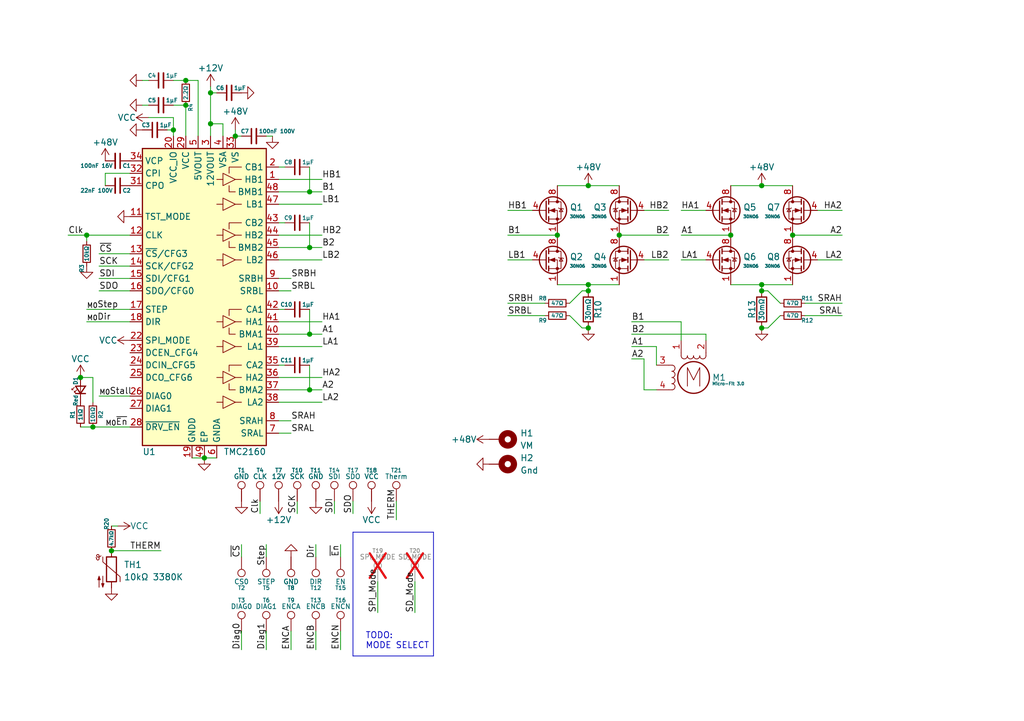
<source format=kicad_sch>
(kicad_sch (version 20230121) (generator eeschema)
  (paper "A5")
  (lib_symbols
    (symbol "Connector:TestPoint" (pin_numbers hide) (pin_names (offset 0.762) hide)
      (property "Reference" "TP" (at 0 6.858 0))
      (property "Value" "TestPoint" (at 0 5.08 0))
      (symbol "TestPoint_0_1"
        (circle (center 0 3.302) (radius 0.762))
      )
      (symbol "TestPoint_1_1"
        (pin passive line (at 0 0 90) (length 2.54) (name "1") (number "1"))
      )
    )
    (symbol "Device:C_Small" (pin_numbers hide) (pin_names (offset 0.254) hide)
      (property "Reference" "C" (at 0.254 1.778 0))
      (property "Value" "C_Small" (at 0.254 -2.032 0))
      (symbol "C_Small_0_1"
        (polyline (pts (xy -1.524 -0.508) (xy 1.524 -0.508)) (stroke (width 0.3302)))
        (polyline (pts (xy -1.524 0.508) (xy 1.524 0.508)) (stroke (width 0.3048)))
      )
      (symbol "C_Small_1_1"
        (pin passive line (at 0 2.54 270) (length 2.032) (name "~") (number "1"))
        (pin passive line (at 0 -2.54 90) (length 2.032) (name "~") (number "2"))
      )
    )
    (symbol "Device:LED_Small" (pin_numbers hide) (pin_names (offset 0.254) hide)
      (property "Reference" "D" (at -1.27 3.175 0))
      (property "Value" "LED_Small" (at -4.445 -2.54 0))
      (symbol "LED_Small_0_1"
        (polyline (pts (xy -0.762 -1.016) (xy -0.762 1.016)) (stroke (width 0.254)))
        (polyline (pts (xy 1.016 0) (xy -0.762 0)))
        (polyline (pts (xy 0.762 -1.016) (xy -0.762 0) (xy 0.762 1.016) (xy 0.762 -1.016)) (stroke (width 0.254)))
        (polyline (pts (xy 0 0.762) (xy -0.508 1.27) (xy -0.254 1.27) (xy -0.508 1.27) (xy -0.508 1.016)))
        (polyline (pts (xy 0.508 1.27) (xy 0 1.778) (xy 0.254 1.778) (xy 0 1.778) (xy 0 1.524)))
      )
      (symbol "LED_Small_1_1"
        (pin passive line (at -2.54 0 0) (length 1.778) (name "K") (number "1"))
        (pin passive line (at 2.54 0 180) (length 1.778) (name "A") (number "2"))
      )
    )
    (symbol "Device:R" (pin_numbers hide) (pin_names (offset 0))
      (property "Reference" "R" (at 2.032 0 90))
      (property "Value" "R" (at 0 0 90))
      (symbol "R_0_1"
        (rectangle (start -1.016 -2.54) (end 1.016 2.54) (stroke (width 0.254)))
      )
      (symbol "R_1_1"
        (pin passive line (at 0 3.81 270) (length 1.27) (name "~") (number "1"))
        (pin passive line (at 0 -3.81 90) (length 1.27) (name "~") (number "2"))
      )
    )
    (symbol "Device:R_Small" (pin_numbers hide) (pin_names (offset 0.254) hide)
      (property "Reference" "R" (at 0.762 0.508 0))
      (property "Value" "R_Small" (at 0.762 -1.016 0))
      (symbol "R_Small_0_1"
        (rectangle (start -0.762 1.778) (end 0.762 -1.778) (stroke (width 0.2032)))
      )
      (symbol "R_Small_1_1"
        (pin passive line (at 0 2.54 270) (length 0.762) (name "~") (number "1"))
        (pin passive line (at 0 -2.54 90) (length 0.762) (name "~") (number "2"))
      )
    )
    (symbol "Device:Thermistor_NTC" (pin_numbers hide) (pin_names (offset 0))
      (property "Reference" "TH" (at -4.445 0 90))
      (property "Value" "Thermistor_NTC" (at 3.175 0 90))
      (symbol "Thermistor_NTC_0_1"
        (arc (start -3.048 2.159) (mid -3.0495 2.3143) (end -3.175 2.413))
        (arc (start -3.048 2.159) (mid -2.9736 1.9794) (end -2.794 1.905))
        (arc (start -3.048 2.794) (mid -2.9736 2.6144) (end -2.794 2.54))
        (arc (start -2.794 1.905) (mid -2.6144 1.9794) (end -2.54 2.159))
        (arc (start -2.794 2.54) (mid -2.4393 2.5587) (end -2.159 2.794))
        (arc (start -2.794 3.048) (mid -2.9736 2.9736) (end -3.048 2.794))
        (arc (start -2.54 2.794) (mid -2.6144 2.9736) (end -2.794 3.048))
        (rectangle (start -1.016 2.54) (end 1.016 -2.54) (stroke (width 0.254)))
        (polyline (pts (xy -2.54 2.159) (xy -2.54 2.794)))
        (polyline (pts (xy -1.778 2.54) (xy -1.778 1.524) (xy 1.778 -1.524) (xy 1.778 -2.54)))
        (polyline (pts (xy -2.54 -3.683) (xy -2.54 -1.397) (xy -2.794 -2.159) (xy -2.286 -2.159) (xy -2.54 -1.397) (xy -2.54 -1.651)) (fill (type outline)))
        (polyline (pts (xy -1.778 -1.397) (xy -1.778 -3.683) (xy -2.032 -2.921) (xy -1.524 -2.921) (xy -1.778 -3.683) (xy -1.778 -3.429)) (fill (type outline)))
      )
      (symbol "Thermistor_NTC_1_1"
        (pin passive line (at 0 3.81 270) (length 1.27) (name "~") (number "1"))
        (pin passive line (at 0 -3.81 90) (length 1.27) (name "~") (number "2"))
      )
    )
    (symbol "Mechanical:MountingHole_Pad" (pin_numbers hide) (pin_names (offset 1.016) hide)
      (property "Reference" "H" (at 0 6.35 0))
      (property "Value" "MountingHole_Pad" (at 0 4.445 0))
      (symbol "MountingHole_Pad_0_1"
        (circle (center 0 1.27) (radius 1.27) (stroke (width 1.27)))
      )
      (symbol "MountingHole_Pad_1_1"
        (pin input line (at 0 -2.54 90) (length 2.54) (name "1") (number "1"))
      )
    )
    (symbol "Motor:Stepper_Motor_bipolar" (pin_names (offset 0) hide)
      (property "Reference" "M" (at 3.81 2.54 0))
      (property "Value" "Stepper_Motor_bipolar" (at 3.81 1.27 0))
      (symbol "Stepper_Motor_bipolar_0_0"
        (polyline (pts (xy -1.27 -1.778) (xy -1.27 2.032) (xy 0 -0.508) (xy 1.27 2.032) (xy 1.27 -1.778)))
      )
      (symbol "Stepper_Motor_bipolar_0_1"
        (arc (start -4.445 -2.54) (mid -3.8127 -1.905) (end -4.445 -1.27))
        (arc (start -4.445 -1.27) (mid -3.8127 -0.635) (end -4.445 0))
        (arc (start -4.445 0) (mid -3.8127 0.635) (end -4.445 1.27))
        (arc (start -4.445 1.27) (mid -3.8127 1.905) (end -4.445 2.54))
        (arc (start -2.54 4.445) (mid -1.905 3.8127) (end -1.27 4.445))
        (arc (start -1.27 4.445) (mid -0.635 3.8127) (end 0 4.445))
        (polyline (pts (xy -5.08 -2.54) (xy -4.445 -2.54)))
        (polyline (pts (xy -5.08 2.54) (xy -4.445 2.54)))
        (polyline (pts (xy -2.54 5.08) (xy -2.54 4.445)))
        (polyline (pts (xy 2.54 5.08) (xy 2.54 4.445)))
        (circle (center 0 0) (radius 3.2512) (stroke (width 0.254)))
        (arc (start 0 4.445) (mid 0.635 3.8127) (end 1.27 4.445))
        (arc (start 1.27 4.445) (mid 1.905 3.8127) (end 2.54 4.445))
      )
      (symbol "Stepper_Motor_bipolar_1_1"
        (pin passive line (at -2.54 7.62 270) (length 2.54) (name "~") (number "1"))
        (pin passive line (at 2.54 7.62 270) (length 2.54) (name "-") (number "2"))
        (pin passive line (at -7.62 2.54 0) (length 2.54) (name "~") (number "3"))
        (pin passive line (at -7.62 -2.54 0) (length 2.54) (name "~") (number "4"))
      )
    )
    (symbol "corevus:NMOS_DFN8" (pin_names hide)
      (property "Reference" "Q" (at 3.81 0 0))
      (property "Value" "NMOS" (at 3.81 -1.27 0))
      (symbol "NMOS_DFN8_0_1"
        (polyline (pts (xy -1.016 0) (xy -2.54 0)))
        (polyline (pts (xy -1.016 1.905) (xy -1.016 -1.905)) (stroke (width 0.254)))
        (polyline (pts (xy -0.508 -1.27) (xy -0.508 -2.286)) (stroke (width 0.254)))
        (polyline (pts (xy -0.508 0.508) (xy -0.508 -0.508)) (stroke (width 0.254)))
        (polyline (pts (xy -0.508 2.286) (xy -0.508 1.27)) (stroke (width 0.254)))
        (polyline (pts (xy 1.27 2.54) (xy 1.27 1.778)))
        (polyline (pts (xy 1.27 -2.54) (xy 1.27 0) (xy -0.508 0)))
        (polyline (pts (xy -0.508 -1.778) (xy 2.032 -1.778) (xy 2.032 1.778) (xy -0.508 1.778)))
        (polyline (pts (xy -0.254 0) (xy 0.762 0.381) (xy 0.762 -0.381) (xy -0.254 0)) (fill (type outline)))
        (polyline (pts (xy 1.524 0.508) (xy 1.651 0.381) (xy 2.413 0.381) (xy 2.54 0.254)))
        (polyline (pts (xy 2.032 0.381) (xy 1.651 -0.254) (xy 2.413 -0.254) (xy 2.032 0.381)))
        (circle (center 0.381 0) (radius 2.794) (stroke (width 0.254)))
        (circle (center 1.27 -1.778) (radius 0.254) (fill (type outline)))
        (circle (center 1.27 1.778) (radius 0.254) (fill (type outline)))
      )
      (symbol "NMOS_DFN8_1_1"
        (pin unspecified line (at 1.27 -5.08 90) (length 2.54) (name "S") (number "1"))
        (pin unspecified line (at 1.27 -5.08 90) (length 2.54) hide (name "S") (number "2"))
        (pin unspecified line (at 1.27 -5.08 90) (length 2.54) hide (name "S") (number "3"))
        (pin unspecified line (at -3.81 0 0) (length 1.27) (name "G") (number "4"))
        (pin unspecified line (at 1.27 5.08 270) (length 2.54) hide (name "D") (number "5"))
        (pin unspecified line (at 1.27 5.08 270) (length 2.54) hide (name "D") (number "6"))
        (pin unspecified line (at 1.27 5.08 270) (length 2.54) hide (name "D") (number "7"))
        (pin unspecified line (at 1.27 5.08 270) (length 2.54) (name "D") (number "8"))
      )
    )
    (symbol "corevus:TMC2160A-TA"
      (property "Reference" "U" (at -12.7 -31.75 0))
      (property "Value" "TMC2160" (at 12.7 -31.75 0))
      (symbol "TMC2160A-TA_0_1"
        (polyline (pts (xy 3.81 -21.59) (xy 2.54 -21.59)))
        (polyline (pts (xy 3.81 -16.51) (xy 2.54 -16.51)))
        (polyline (pts (xy 3.81 -10.16) (xy 2.54 -10.16)))
        (polyline (pts (xy 3.81 -5.08) (xy 2.54 -5.08)))
        (polyline (pts (xy 3.81 7.62) (xy 2.54 7.62)))
        (polyline (pts (xy 3.81 12.7) (xy 2.54 12.7)))
        (polyline (pts (xy 3.81 19.05) (xy 2.54 19.05)))
        (polyline (pts (xy 3.81 24.13) (xy 2.54 24.13)))
        (polyline (pts (xy 6.35 -21.59) (xy 7.62 -21.59)))
        (polyline (pts (xy 6.35 -10.16) (xy 7.62 -10.16)))
        (polyline (pts (xy 6.35 7.62) (xy 7.62 7.62)))
        (polyline (pts (xy 6.35 19.05) (xy 7.62 19.05)))
        (polyline (pts (xy 7.62 -16.51) (xy 6.35 -16.51)))
        (polyline (pts (xy 7.62 -5.08) (xy 6.35 -5.08)))
        (polyline (pts (xy 7.62 12.7) (xy 6.35 12.7)))
        (polyline (pts (xy 7.62 24.13) (xy 6.35 24.13)))
        (polyline (pts (xy 5.08 -17.78) (xy 5.08 -19.05) (xy 6.35 -19.05)))
        (polyline (pts (xy 5.08 -15.24) (xy 5.08 -13.97) (xy 7.62 -13.97)))
        (polyline (pts (xy 5.08 -6.35) (xy 5.08 -7.62) (xy 6.35 -7.62)))
        (polyline (pts (xy 5.08 -3.81) (xy 5.08 -2.54) (xy 7.62 -2.54)))
        (polyline (pts (xy 5.08 11.43) (xy 5.08 10.16) (xy 6.35 10.16)))
        (polyline (pts (xy 5.08 13.97) (xy 5.08 15.24) (xy 7.62 15.24)))
        (polyline (pts (xy 5.08 22.86) (xy 5.08 21.59) (xy 6.35 21.59)))
        (polyline (pts (xy 5.08 25.4) (xy 5.08 26.67) (xy 7.62 26.67)))
        (polyline (pts (xy 6.35 -21.59) (xy 3.81 -20.32) (xy 3.81 -22.86) (xy 6.35 -21.59)))
        (polyline (pts (xy 6.35 -16.51) (xy 3.81 -15.24) (xy 3.81 -17.78) (xy 6.35 -16.51)))
        (polyline (pts (xy 6.35 -10.16) (xy 3.81 -8.89) (xy 3.81 -11.43) (xy 6.35 -10.16)))
        (polyline (pts (xy 6.35 -5.08) (xy 3.81 -3.81) (xy 3.81 -6.35) (xy 6.35 -5.08)))
        (polyline (pts (xy 6.35 7.62) (xy 3.81 8.89) (xy 3.81 6.35) (xy 6.35 7.62)))
        (polyline (pts (xy 6.35 12.7) (xy 3.81 13.97) (xy 3.81 11.43) (xy 6.35 12.7)))
        (polyline (pts (xy 6.35 19.05) (xy 3.81 20.32) (xy 3.81 17.78) (xy 6.35 19.05)))
        (polyline (pts (xy 6.35 24.13) (xy 3.81 25.4) (xy 3.81 22.86) (xy 6.35 24.13)))
      )
      (symbol "TMC2160A-TA_1_1"
        (rectangle (start -12.7 30.48) (end 12.7 -30.48) (stroke (width 0.254)) (fill (type background)))
        (pin output line (at 15.24 24.13 180) (length 2.54) (name "HB1") (number "1"))
        (pin input line (at 15.24 1.27 180) (length 2.54) (name "SRBL") (number "10"))
        (pin input line (at -15.24 16.51 0) (length 2.54) (name "TST_MODE") (number "11"))
        (pin input line (at -15.24 12.7 0) (length 2.54) (name "CLK") (number "12"))
        (pin input line (at -15.24 8.89 0) (length 2.54) (name "~{CS}/CFG3") (number "13"))
        (pin input line (at -15.24 6.35 0) (length 2.54) (name "SCK/CFG2") (number "14"))
        (pin input line (at -15.24 3.81 0) (length 2.54) (name "SDI/CFG1") (number "15"))
        (pin passive line (at -15.24 1.27 0) (length 2.54) (name "SDO/CFG0") (number "16"))
        (pin input line (at -15.24 -2.54 0) (length 2.54) (name "STEP") (number "17"))
        (pin input line (at -15.24 -5.08 0) (length 2.54) (name "DIR") (number "18"))
        (pin power_in line (at -2.54 -33.02 90) (length 2.54) (name "GNDD") (number "19"))
        (pin output line (at 15.24 26.67 180) (length 2.54) (name "CB1") (number "2"))
        (pin power_in line (at -6.35 33.02 270) (length 2.54) (name "VCC_IO") (number "20"))
        (pin passive line (at -6.35 33.02 270) (length 2.54) hide (name "VCC_IO") (number "21"))
        (pin input line (at -15.24 -8.89 0) (length 2.54) (name "SPI_MODE") (number "22"))
        (pin input line (at -15.24 -11.43 0) (length 2.54) (name "DCEN_CFG4") (number "23"))
        (pin input line (at -15.24 -13.97 0) (length 2.54) (name "DCIN_CFG5") (number "24"))
        (pin output line (at -15.24 -16.51 0) (length 2.54) (name "DCO_CFG6") (number "25"))
        (pin output line (at -15.24 -20.32 0) (length 2.54) (name "DIAG0") (number "26"))
        (pin output line (at -15.24 -22.86 0) (length 2.54) (name "DIAG1") (number "27"))
        (pin input line (at -15.24 -26.67 0) (length 2.54) (name "~{DRV_EN}") (number "28"))
        (pin power_in line (at -3.81 33.02 270) (length 2.54) (name "VCC") (number "29"))
        (pin power_in line (at 1.27 33.02 270) (length 2.54) (name "12VOUT") (number "3"))
        (pin passive line (at -2.54 -33.02 90) (length 2.54) hide (name "GNDD") (number "30"))
        (pin passive line (at -15.24 22.86 0) (length 2.54) (name "CPO") (number "31"))
        (pin passive line (at -15.24 25.4 0) (length 2.54) (name "CPI") (number "32"))
        (pin power_in line (at 6.35 33.02 270) (length 2.54) (name "VS") (number "33"))
        (pin passive line (at -15.24 27.94 0) (length 2.54) (name "VCP") (number "34"))
        (pin passive line (at 15.24 -13.97 180) (length 2.54) (name "CA2") (number "35"))
        (pin output line (at 15.24 -16.51 180) (length 2.54) (name "HA2") (number "36"))
        (pin passive line (at 15.24 -19.05 180) (length 2.54) (name "BMA2") (number "37"))
        (pin output line (at 15.24 -21.59 180) (length 2.54) (name "LA2") (number "38"))
        (pin output line (at 15.24 -10.16 180) (length 2.54) (name "LA1") (number "39"))
        (pin power_in line (at 3.81 33.02 270) (length 2.54) (name "VSA") (number "4"))
        (pin passive line (at 15.24 -7.62 180) (length 2.54) (name "BMA1") (number "40"))
        (pin output line (at 15.24 -5.08 180) (length 2.54) (name "HA1") (number "41"))
        (pin output line (at 15.24 -2.54 180) (length 2.54) (name "CA1") (number "42"))
        (pin passive line (at 15.24 15.24 180) (length 2.54) (name "CB2") (number "43"))
        (pin output line (at 15.24 12.7 180) (length 2.54) (name "HB2") (number "44"))
        (pin passive line (at 15.24 10.16 180) (length 2.54) (name "BMB2") (number "45"))
        (pin output line (at 15.24 7.62 180) (length 2.54) (name "LB2") (number "46"))
        (pin output line (at 15.24 19.05 180) (length 2.54) (name "LB1") (number "47"))
        (pin passive line (at 15.24 21.59 180) (length 2.54) (name "BMB1") (number "48"))
        (pin power_in line (at 0 -33.02 90) (length 2.54) (name "EP") (number "49"))
        (pin power_out line (at -1.27 33.02 270) (length 2.54) (name "5VOUT") (number "5"))
        (pin power_in line (at 2.54 -33.02 90) (length 2.54) (name "GNDA") (number "6"))
        (pin input line (at 15.24 -27.94 180) (length 2.54) (name "SRAL") (number "7"))
        (pin input line (at 15.24 -25.4 180) (length 2.54) (name "SRAH") (number "8"))
        (pin input line (at 15.24 3.81 180) (length 2.54) (name "SRBH") (number "9"))
      )
    )
    (symbol "power:+12V" (power) (pin_names (offset 0))
      (property "Value" "+12V" (at 0 3.556 0))
      (symbol "+12V_0_1"
        (polyline (pts (xy -0.762 1.27) (xy 0 2.54)))
        (polyline (pts (xy 0 0) (xy 0 2.54)))
        (polyline (pts (xy 0 2.54) (xy 0.762 1.27)))
      )
      (symbol "+12V_1_1"
        (pin power_in line (at 0 0 90) (length 0) hide (name "+12V") (number "1"))
      )
    )
    (symbol "power:+48V" (power) (pin_names (offset 0))
      (property "Value" "+48V" (at 0 3.556 0))
      (symbol "+48V_0_1"
        (polyline (pts (xy -0.762 1.27) (xy 0 2.54)))
        (polyline (pts (xy 0 0) (xy 0 2.54)))
        (polyline (pts (xy 0 2.54) (xy 0.762 1.27)))
      )
      (symbol "+48V_1_1"
        (pin power_in line (at 0 0 90) (length 0) hide (name "+48V") (number "1"))
      )
    )
    (symbol "power:GND" (power) (pin_names (offset 0))
      (property "Value" "GND" (at 0 -3.81 0))
      (symbol "GND_0_1"
        (polyline (pts (xy 0 0) (xy 0 -1.27) (xy 1.27 -1.27) (xy 0 -2.54) (xy -1.27 -1.27) (xy 0 -1.27)))
      )
      (symbol "GND_1_1"
        (pin power_in line (at 0 0 270) (length 0) hide (name "GND") (number "1"))
      )
    )
    (symbol "power:VCC" (power) (pin_names (offset 0))
      (property "Value" "VCC" (at 0 3.81 0))
      (symbol "VCC_0_1"
        (polyline (pts (xy -0.762 1.27) (xy 0 2.54)))
        (polyline (pts (xy 0 0) (xy 0 2.54)))
        (polyline (pts (xy 0 2.54) (xy 0.762 1.27)))
      )
      (symbol "VCC_1_1"
        (pin power_in line (at 0 0 90) (length 0) hide (name "VCC") (number "1"))
      )
    )
  )
  (junction (at 127 48.26))
  (junction (at 63.5 68.58))
  (junction (at 149.86 48.26))
  (junction (at 43.18 25.4))
  (junction (at 63.5 50.8))
  (junction (at 19.05 87.63))
  (junction (at 120.65 67.31))
  (junction (at 22.86 113.03))
  (junction (at 63.5 39.37))
  (junction (at 156.21 67.31))
  (junction (at 120.65 59.69))
  (junction (at 17.78 48.26))
  (junction (at 156.21 59.69))
  (junction (at 120.65 38.1))
  (junction (at 38.1 16.51))
  (junction (at 162.56 48.26))
  (junction (at 38.1 21.59))
  (junction (at 48.26 27.94))
  (junction (at 120.65 58.42))
  (junction (at 156.21 58.42))
  (junction (at 16.51 77.47))
  (junction (at 114.3 48.26))
  (junction (at 41.91 93.98))
  (junction (at 35.56 26.67))
  (junction (at 156.21 38.1))
  (junction (at 43.18 19.05))
  (junction (at 63.5 80.01))
  (polyline (pts (xy 88.9 109.22) (xy 88.9 134.62)))
  (wire (pts (xy 29.21 16.51) (xy 30.48 16.51)))
  (wire (pts (xy 35.56 16.51) (xy 38.1 16.51)))
  (wire (pts (xy 149.86 58.42) (xy 156.21 58.42)))
  (polyline (pts (xy 88.9 134.62) (xy 72.39 134.62)))
  (wire (pts (xy 120.65 58.42) (xy 114.3 58.42)))
  (wire (pts (xy 40.64 16.51) (xy 38.1 16.51)))
  (wire (pts (xy 127 48.26) (xy 137.16 48.26)))
  (wire (pts (xy 59.69 88.9) (xy 57.15 88.9)))
  (wire (pts (xy 120.65 58.42) (xy 127 58.42)))
  (wire (pts (xy 58.42 34.29) (xy 57.15 34.29)))
  (wire (pts (xy 57.15 48.26) (xy 66.04 48.26)))
  (wire (pts (xy 63.5 74.93) (xy 63.5 80.01)))
  (wire (pts (xy 20.32 52.07) (xy 26.67 52.07)))
  (wire (pts (xy 29.21 21.59) (xy 30.48 21.59)))
  (wire (pts (xy 63.5 68.58) (xy 57.15 68.58)))
  (wire (pts (xy 156.21 58.42) (xy 156.21 59.69)))
  (wire (pts (xy 114.3 38.1) (xy 120.65 38.1)))
  (wire (pts (xy 19.05 77.47) (xy 19.05 82.55)))
  (wire (pts (xy 59.69 133.35) (xy 59.69 129.54)))
  (wire (pts (xy 17.78 49.53) (xy 17.78 48.26)))
  (wire (pts (xy 20.32 81.28) (xy 26.67 81.28)))
  (wire (pts (xy 54.61 111.76) (xy 54.61 114.3)))
  (wire (pts (xy 57.15 53.34) (xy 66.04 53.34)))
  (wire (pts (xy 35.56 21.59) (xy 38.1 21.59)))
  (wire (pts (xy 120.65 58.42) (xy 120.65 59.69)))
  (wire (pts (xy 64.77 133.35) (xy 64.77 129.54)))
  (wire (pts (xy 156.21 38.1) (xy 162.56 38.1)))
  (wire (pts (xy 63.5 39.37) (xy 66.04 39.37)))
  (wire (pts (xy 63.5 50.8) (xy 57.15 50.8)))
  (wire (pts (xy 139.7 66.04) (xy 139.7 69.85)))
  (wire (pts (xy 20.32 57.15) (xy 26.67 57.15)))
  (wire (pts (xy 34.29 26.67) (xy 35.56 26.67)))
  (wire (pts (xy 137.16 53.34) (xy 132.08 53.34)))
  (wire (pts (xy 63.5 45.72) (xy 63.5 50.8)))
  (wire (pts (xy 55.88 27.94) (xy 54.61 27.94)))
  (wire (pts (xy 172.72 53.34) (xy 167.64 53.34)))
  (wire (pts (xy 24.13 107.95) (xy 22.86 107.95)))
  (wire (pts (xy 41.91 93.98) (xy 44.45 93.98)))
  (wire (pts (xy 139.7 48.26) (xy 149.86 48.26)))
  (wire (pts (xy 116.84 64.77) (xy 119.38 67.31)))
  (wire (pts (xy 63.5 34.29) (xy 63.5 39.37)))
  (wire (pts (xy 57.15 77.47) (xy 66.04 77.47)))
  (wire (pts (xy 149.86 38.1) (xy 156.21 38.1)))
  (wire (pts (xy 139.7 43.18) (xy 144.78 43.18)))
  (wire (pts (xy 144.78 68.58) (xy 144.78 69.85)))
  (polyline (pts (xy 72.39 109.22) (xy 88.9 109.22)))
  (wire (pts (xy 104.14 64.77) (xy 111.76 64.77)))
  (wire (pts (xy 49.53 133.35) (xy 49.53 129.54)))
  (wire (pts (xy 17.78 66.04) (xy 26.67 66.04)))
  (wire (pts (xy 19.05 87.63) (xy 26.67 87.63)))
  (wire (pts (xy 43.18 25.4) (xy 45.72 25.4)))
  (wire (pts (xy 43.18 17.78) (xy 43.18 19.05)))
  (wire (pts (xy 59.69 86.36) (xy 57.15 86.36)))
  (wire (pts (xy 172.72 62.23) (xy 165.1 62.23)))
  (wire (pts (xy 20.32 59.69) (xy 26.67 59.69)))
  (wire (pts (xy 57.15 66.04) (xy 66.04 66.04)))
  (wire (pts (xy 40.64 16.51) (xy 40.64 27.94)))
  (wire (pts (xy 57.15 82.55) (xy 66.04 82.55)))
  (wire (pts (xy 44.45 19.05) (xy 43.18 19.05)))
  (wire (pts (xy 59.69 57.15) (xy 57.15 57.15)))
  (wire (pts (xy 120.65 38.1) (xy 127 38.1)))
  (wire (pts (xy 35.56 24.13) (xy 35.56 26.67)))
  (wire (pts (xy 72.39 105.41) (xy 72.39 102.87)))
  (wire (pts (xy 21.59 35.56) (xy 26.67 35.56)))
  (wire (pts (xy 129.54 66.04) (xy 139.7 66.04)))
  (wire (pts (xy 57.15 36.83) (xy 66.04 36.83)))
  (wire (pts (xy 57.15 41.91) (xy 66.04 41.91)))
  (wire (pts (xy 104.14 62.23) (xy 111.76 62.23)))
  (wire (pts (xy 119.38 67.31) (xy 120.65 67.31)))
  (wire (pts (xy 157.48 67.31) (xy 156.21 67.31)))
  (wire (pts (xy 85.09 125.73) (xy 85.09 119.38)))
  (wire (pts (xy 160.02 62.23) (xy 157.48 59.69)))
  (wire (pts (xy 69.85 133.35) (xy 69.85 129.54)))
  (polyline (pts (xy 72.39 134.62) (xy 72.39 109.22)))
  (wire (pts (xy 43.18 25.4) (xy 43.18 27.94)))
  (wire (pts (xy 172.72 64.77) (xy 165.1 64.77)))
  (wire (pts (xy 104.14 48.26) (xy 114.3 48.26)))
  (wire (pts (xy 21.59 38.1) (xy 21.59 35.56)))
  (wire (pts (xy 119.38 59.69) (xy 120.65 59.69)))
  (wire (pts (xy 63.5 80.01) (xy 66.04 80.01)))
  (wire (pts (xy 64.77 111.76) (xy 64.77 114.3)))
  (wire (pts (xy 53.34 105.41) (xy 53.34 102.87)))
  (wire (pts (xy 58.42 63.5) (xy 57.15 63.5)))
  (wire (pts (xy 156.21 58.42) (xy 162.56 58.42)))
  (wire (pts (xy 20.32 54.61) (xy 26.67 54.61)))
  (wire (pts (xy 68.58 105.41) (xy 68.58 102.87)))
  (wire (pts (xy 132.08 73.66) (xy 132.08 80.01)))
  (wire (pts (xy 132.08 80.01) (xy 134.62 80.01)))
  (wire (pts (xy 30.48 24.13) (xy 35.56 24.13)))
  (wire (pts (xy 63.5 80.01) (xy 57.15 80.01)))
  (wire (pts (xy 13.97 48.26) (xy 17.78 48.26)))
  (wire (pts (xy 69.85 111.76) (xy 69.85 114.3)))
  (wire (pts (xy 48.26 26.67) (xy 48.26 27.94)))
  (wire (pts (xy 38.1 21.59) (xy 38.1 27.94)))
  (wire (pts (xy 17.78 48.26) (xy 26.67 48.26)))
  (wire (pts (xy 134.62 71.12) (xy 134.62 74.93)))
  (wire (pts (xy 104.14 43.18) (xy 109.22 43.18)))
  (wire (pts (xy 41.91 93.98) (xy 39.37 93.98)))
  (wire (pts (xy 43.18 19.05) (xy 43.18 25.4)))
  (wire (pts (xy 17.78 63.5) (xy 26.67 63.5)))
  (wire (pts (xy 33.02 113.03) (xy 22.86 113.03)))
  (wire (pts (xy 157.48 59.69) (xy 156.21 59.69)))
  (wire (pts (xy 19.05 77.47) (xy 16.51 77.47)))
  (wire (pts (xy 19.05 87.63) (xy 16.51 87.63)))
  (wire (pts (xy 172.72 43.18) (xy 167.64 43.18)))
  (wire (pts (xy 60.96 105.41) (xy 60.96 102.87)))
  (wire (pts (xy 129.54 71.12) (xy 134.62 71.12)))
  (wire (pts (xy 63.5 50.8) (xy 66.04 50.8)))
  (wire (pts (xy 49.53 111.76) (xy 49.53 114.3)))
  (wire (pts (xy 58.42 45.72) (xy 57.15 45.72)))
  (wire (pts (xy 160.02 64.77) (xy 157.48 67.31)))
  (wire (pts (xy 57.15 71.12) (xy 66.04 71.12)))
  (wire (pts (xy 139.7 53.34) (xy 144.78 53.34)))
  (wire (pts (xy 54.61 133.35) (xy 54.61 129.54)))
  (wire (pts (xy 81.28 106.68) (xy 81.28 102.87)))
  (wire (pts (xy 58.42 74.93) (xy 57.15 74.93)))
  (wire (pts (xy 129.54 73.66) (xy 132.08 73.66)))
  (wire (pts (xy 63.5 63.5) (xy 63.5 68.58)))
  (wire (pts (xy 77.47 125.73) (xy 77.47 119.38)))
  (wire (pts (xy 137.16 43.18) (xy 132.08 43.18)))
  (wire (pts (xy 162.56 48.26) (xy 172.72 48.26)))
  (wire (pts (xy 45.72 25.4) (xy 45.72 27.94)))
  (wire (pts (xy 104.14 53.34) (xy 109.22 53.34)))
  (wire (pts (xy 129.54 68.58) (xy 144.78 68.58)))
  (wire (pts (xy 35.56 26.67) (xy 35.56 27.94)))
  (wire (pts (xy 49.53 27.94) (xy 48.26 27.94)))
  (wire (pts (xy 116.84 62.23) (xy 119.38 59.69)))
  (wire (pts (xy 63.5 68.58) (xy 66.04 68.58)))
  (wire (pts (xy 59.69 59.69) (xy 57.15 59.69)))
  (wire (pts (xy 63.5 39.37) (xy 57.15 39.37)))
  (text "TODO:\nMODE SELECT" (at 74.93 133.35 0) (effects (font (size 1.27 1.27)) (justify left bottom)))
  (label "HB1" (at 66.04 36.83 0))
  (label "Diag0" (at 49.53 133.35 90))
  (label "SRAH" (at 172.72 62.23 180))
  (label "_{M0}Stall" (at 20.32 81.28 0))
  (label "HA1" (at 66.04 66.04 0))
  (label "Dir" (at 64.77 111.76 270))
  (label "SRBL" (at 104.14 64.77 0))
  (label "A2" (at 172.72 48.26 180))
  (label "HB2" (at 137.16 43.18 180))
  (label "~{CS}" (at 49.53 111.76 270))
  (label "HA1" (at 139.7 43.18 0))
  (label "Clk" (at 53.34 105.41 90))
  (label "B1" (at 104.14 48.26 0))
  (label "Clk" (at 13.97 48.26 0))
  (label "B1" (at 66.04 39.37 0))
  (label "HB2" (at 66.04 48.26 0))
  (label "LB1" (at 104.14 53.34 0))
  (label "ENCB" (at 64.77 133.35 90))
  (label "~{En}" (at 69.85 111.76 270))
  (label "SRAL" (at 172.72 64.77 180))
  (label "B2" (at 66.04 50.8 0))
  (label "SRBL" (at 59.69 59.69 0))
  (label "SPI_Mode" (at 77.47 125.73 90))
  (label "~{CS}" (at 20.32 52.07 0))
  (label "ENCA" (at 59.69 133.35 90))
  (label "LB2" (at 66.04 53.34 0))
  (label "HB1" (at 104.14 43.18 0))
  (label "THERM" (at 33.02 113.03 180))
  (label "_{M0}Step" (at 17.78 63.5 0))
  (label "HA2" (at 66.04 77.47 0))
  (label "LB1" (at 66.04 41.91 0))
  (label "_{M0}~{En}" (at 21.59 87.63 0))
  (label "LA2" (at 66.04 82.55 0))
  (label "HA2" (at 172.72 43.18 180))
  (label "A1" (at 129.54 71.12 0))
  (label "SRAL" (at 59.69 88.9 0))
  (label "B1" (at 129.54 66.04 0))
  (label "A2" (at 129.54 73.66 0))
  (label "SCK" (at 60.96 105.41 90))
  (label "LA1" (at 139.7 53.34 0))
  (label "Diag1" (at 54.61 133.35 90))
  (label "SDI" (at 20.32 57.15 0))
  (label "THERM" (at 81.28 106.68 90))
  (label "SRAH" (at 59.69 86.36 0))
  (label "_{M0}Dir" (at 17.78 66.04 0))
  (label "B2" (at 129.54 68.58 0))
  (label "A2" (at 66.04 80.01 0))
  (label "SRBH" (at 104.14 62.23 0))
  (label "Step" (at 54.61 111.76 270))
  (label "SRBH" (at 59.69 57.15 0))
  (label "ENCN" (at 69.85 133.35 90))
  (label "B2" (at 137.16 48.26 180))
  (label "LA1" (at 66.04 71.12 0))
  (label "SDI" (at 68.58 105.41 90))
  (label "LA2" (at 172.72 53.34 180))
  (label "LB2" (at 137.16 53.34 180))
  (label "SCK" (at 20.32 54.61 0))
  (label "SD_Mode" (at 85.09 125.73 90))
  (label "A1" (at 66.04 68.58 0))
  (label "A1" (at 139.7 48.26 0))
  (label "SDO" (at 72.39 105.41 90))
  (label "SDO" (at 20.32 59.69 0))
  (symbol (lib_id "Device:R_Small") (at 162.56 62.23 90) (unit 1)
    (property "Reference" "R11" (at 165.56 61.23 90) (effects (font (size 0.8 0.8))))
    (property "Value" "47Ω" (at 162.56 62.23 90) (effects (font (size 0.8 0.8))))
    (property "Footprint" "AlphaLib:0402R" (effects hide))
  )
  (symbol (lib_id "Connector:TestPoint") (at 59.69 114.3 0) (mirror x) (unit 1)
    (property "Reference" "T8" (at 59.69 120.65 0) (effects (font (size 0.8 0.8))))
    (property "Value" "GND" (at 59.69 119.38 0) (effects (font (size 1 1))))
    (property "Footprint" "corevus:LGA_Land" (effects hide))
  )
  (symbol (lib_id "power:GND") (at 17.78 54.61 0) (unit 1)
    (property "Reference" "#PWR010" (effects hide))
    (property "Value" "GND" (effects hide))
  )
  (symbol (lib_id "Device:R_Small") (at 17.78 52.07 0) (mirror y) (unit 1)
    (property "Reference" "R3" (at 16.78 55.07 90) (effects (font (size 0.8 0.8))))
    (property "Value" "10kΩ" (at 17.78 52.07 90) (effects (font (size 0.8 0.8))))
    (property "Footprint" "AlphaLib:0402R" (effects hide))
  )
  (symbol (lib_id "Connector:TestPoint") (at 77.47 119.38 0) (unit 1) (on_board no) (dnp yes)
    (property "Reference" "T19" (at 77.47 113.03 0) (effects (font (size 0.8 0.8))))
    (property "Value" "SPI_MODE" (at 77.47 114.3 0) (effects (font (size 1 1))))
    (property "Footprint" "corevus:LGA_Land" (effects hide))
  )
  (symbol (lib_id "Device:R_Small") (at 162.56 64.77 90) (mirror x) (unit 1)
    (property "Reference" "R12" (at 165.56 65.77 90) (effects (font (size 0.8 0.8))))
    (property "Value" "47Ω" (at 162.56 64.77 90) (effects (font (size 0.8 0.8))))
    (property "Footprint" "AlphaLib:0402R" (effects hide))
  )
  (symbol (lib_id "power:GND") (at 22.86 120.65 0) (unit 1)
    (property "Reference" "#PWR044" (effects hide))
    (property "Value" "GND" (effects hide))
  )
  (symbol (lib_id "Connector:TestPoint") (at 69.85 129.54 0) (unit 1)
    (property "Reference" "T16" (at 69.85 123.19 0) (effects (font (size 0.8 0.8))))
    (property "Value" "ENCN" (at 69.85 124.46 0) (effects (font (size 1 1))))
    (property "Footprint" "corevus:LGA_Land" (effects hide))
  )
  (symbol (lib_id "corevus:TMC2160A-TA") (at 41.91 60.96 0) (unit 1)
    (property "Reference" "U1" (at 29.21 92.71 0) (effects (justify left)))
    (property "Value" "TMC2160" (at 54.61 92.71 0) (effects (justify right)))
    (property "Footprint" "corevus:TMCx160" (effects hide))
    (property "Datasheet" "https://www.trinamic.com/fileadmin/assets/Products/ICs_Documents/TMC2160A-datasheet_Rev1.06.pdf" (effects hide))
  )
  (symbol (lib_id "Connector:TestPoint") (at 54.61 114.3 0) (mirror x) (unit 1)
    (property "Reference" "T5" (at 54.61 120.65 0) (effects (font (size 0.8 0.8))))
    (property "Value" "STEP" (at 54.61 119.38 0) (effects (font (size 1 1))))
    (property "Footprint" "corevus:LGA_Land" (effects hide))
  )
  (symbol (lib_id "Connector:TestPoint") (at 59.69 129.54 0) (unit 1)
    (property "Reference" "T9" (at 59.69 123.19 0) (effects (font (size 0.8 0.8))))
    (property "Value" "ENCA" (at 59.69 124.46 0) (effects (font (size 1 1))))
    (property "Footprint" "corevus:LGA_Land" (effects hide))
  )
  (symbol (lib_id "power:+12V") (at 57.15 102.87 180) (unit 1)
    (property "Reference" "#PWR011" (effects hide))
    (property "Value" "+12V" (at 57.15 106.68 0))
  )
  (symbol (lib_id "Device:C_Small") (at 24.13 38.1 270) (mirror x) (unit 1)
    (property "Reference" "C2" (at 25.13 39.1 90) (effects (font (size 0.8 0.8)) (justify left)))
    (property "Value" "22nF 100V" (at 23.13 39.1 90) (effects (font (size 0.8 0.8)) (justify right)))
    (property "Footprint" "AlphaLib:0402C" (effects hide))
  )
  (symbol (lib_id "Connector:TestPoint") (at 64.77 129.54 0) (unit 1)
    (property "Reference" "T13" (at 64.77 123.19 0) (effects (font (size 0.8 0.8))))
    (property "Value" "ENCB" (at 64.77 124.46 0) (effects (font (size 1 1))))
    (property "Footprint" "corevus:LGA_Land" (effects hide))
  )
  (symbol (lib_id "Connector:TestPoint") (at 64.77 114.3 0) (mirror x) (unit 1)
    (property "Reference" "T12" (at 64.77 120.65 0) (effects (font (size 0.8 0.8))))
    (property "Value" "DIR" (at 64.77 119.38 0) (effects (font (size 1 1))))
    (property "Footprint" "corevus:LGA_Land" (effects hide))
  )
  (symbol (lib_id "power:GND") (at 64.77 102.87 0) (unit 1)
    (property "Reference" "#PWR015" (effects hide))
    (property "Value" "GND" (effects hide))
  )
  (symbol (lib_id "Device:C_Small") (at 33.02 21.59 90) (mirror x) (unit 1)
    (property "Reference" "C5" (at 32.02 20.59 90) (effects (font (size 0.8 0.8)) (justify left)))
    (property "Value" "1µF" (at 34.02 20.59 90) (effects (font (size 0.8 0.8)) (justify right)))
    (property "Footprint" "AlphaLib:0402C" (effects hide))
  )
  (symbol (lib_id "Device:R") (at 156.21 63.5 0) (mirror y) (unit 1)
    (property "Reference" "R13" (at 154.94 63.5 90) (effects (justify top)))
    (property "Value" "30mΩ" (at 156.21 63.5 90) (effects (font (size 1 1))))
    (property "Footprint" "Resistor_SMD:R_1206_3216Metric" (effects hide))
  )
  (symbol (lib_id "Connector:TestPoint") (at 49.53 129.54 0) (unit 1)
    (property "Reference" "T3" (at 49.53 123.19 0) (effects (font (size 0.8 0.8))))
    (property "Value" "DIAG0" (at 49.53 124.46 0) (effects (font (size 1 1))))
    (property "Footprint" "corevus:LGA_Land" (effects hide))
  )
  (symbol (lib_id "Device:R") (at 120.65 63.5 0) (unit 1)
    (property "Reference" "R10" (at 121.92 63.5 90) (effects (justify top)))
    (property "Value" "30mΩ" (at 120.65 63.5 90) (effects (font (size 1 1))))
    (property "Footprint" "Resistor_SMD:R_1206_3216Metric" (effects hide))
  )
  (symbol (lib_id "Device:LED_Small") (at 16.51 80.01 90) (unit 1)
    (property "Reference" "D1" (at 15.51 79.01 0) (effects (font (size 0.8 0.8)) (justify left)))
    (property "Value" "Red" (at 15.51 81.01 0) (effects (font (size 0.8 0.8)) (justify right)))
    (property "Footprint" "AlphaLib:0603LED" (effects hide))
  )
  (symbol (lib_id "power:VCC") (at 30.48 24.13 90) (unit 1)
    (property "Reference" "#PWR08" (effects hide))
    (property "Value" "VCC" (at 27.94 24.13 90) (effects (justify left)))
  )
  (symbol (lib_id "corevus:NMOS_DFN8") (at 148.59 53.34 0) (unit 1)
    (property "Reference" "Q6" (at 152.4 52.705 0) (effects (justify left)))
    (property "Value" "30N06" (at 152.4 54.61 0) (effects (font (size 0.635 0.635)) (justify left)))
    (property "Footprint" "corevus:MOSFET_DFN8" (effects hide))
  )
  (symbol (lib_id "power:GND") (at 55.88 27.94 0) (mirror y) (unit 1)
    (property "Reference" "#PWR018" (effects hide))
    (property "Value" "GND" (effects hide))
  )
  (symbol (lib_id "Device:C_Small") (at 31.75 26.67 90) (mirror x) (unit 1)
    (property "Reference" "C3" (at 30.75 25.67 90) (effects (font (size 0.8 0.8)) (justify left)))
    (property "Value" "1µF" (at 32.75 25.67 90) (effects (font (size 0.8 0.8)) (justify right)))
    (property "Footprint" "AlphaLib:0402C" (effects hide))
  )
  (symbol (lib_id "Connector:TestPoint") (at 72.39 102.87 0) (unit 1)
    (property "Reference" "T17" (at 72.39 96.52 0) (effects (font (size 0.8 0.8))))
    (property "Value" "SDO" (at 72.39 97.79 0) (effects (font (size 1 1))))
    (property "Footprint" "corevus:LGA_Land" (effects hide))
  )
  (symbol (lib_id "Connector:TestPoint") (at 85.09 119.38 0) (unit 1) (on_board no) (dnp yes)
    (property "Reference" "T20" (at 85.09 113.03 0) (effects (font (size 0.8 0.8))))
    (property "Value" "SD_MODE" (at 85.09 114.3 0) (effects (font (size 1 1))))
    (property "Footprint" "corevus:LGA_Land" (effects hide))
  )
  (symbol (lib_id "Device:Thermistor_NTC") (at 22.86 116.84 0) (unit 1)
    (property "Reference" "TH1" (at 25.4 115.8875 0) (effects (justify left)))
    (property "Value" "10kΩ 3380K" (at 25.4 118.4275 0) (effects (justify left)))
    (property "Footprint" "AlphaLib:0402R" (effects hide))
  )
  (symbol (lib_id "Device:R_Small") (at 114.3 62.23 270) (mirror x) (unit 1)
    (property "Reference" "R8" (at 111.3 61.23 90) (effects (font (size 0.8 0.8))))
    (property "Value" "47Ω" (at 114.3 62.23 90) (effects (font (size 0.8 0.8))))
    (property "Footprint" "AlphaLib:0402R" (effects hide))
  )
  (symbol (lib_id "power:+48V") (at 48.26 26.67 0) (unit 1)
    (property "Reference" "#PWR016" (effects hide))
    (property "Value" "+48V" (at 48.26 22.86 0))
  )
  (symbol (lib_id "power:GND") (at 26.67 44.45 270) (unit 1)
    (property "Reference" "#PWR03" (effects hide))
    (property "Value" "GND" (effects hide))
  )
  (symbol (lib_id "corevus:NMOS_DFN8") (at 113.03 43.18 0) (unit 1)
    (property "Reference" "Q1" (at 116.84 42.545 0) (effects (justify left)))
    (property "Value" "30N06" (at 116.84 44.45 0) (effects (font (size 0.635 0.635)) (justify left)))
    (property "Footprint" "corevus:MOSFET_DFN8" (effects hide))
  )
  (symbol (lib_id "Connector:TestPoint") (at 57.15 102.87 0) (unit 1)
    (property "Reference" "T7" (at 57.15 96.52 0) (effects (font (size 0.8 0.8))))
    (property "Value" "12V" (at 57.15 97.79 0) (effects (font (size 1 1))))
    (property "Footprint" "corevus:LGA_Land" (effects hide))
  )
  (symbol (lib_id "Connector:TestPoint") (at 53.34 102.87 0) (unit 1)
    (property "Reference" "T4" (at 53.34 96.52 0) (effects (font (size 0.8 0.8))))
    (property "Value" "CLK" (at 53.34 97.79 0) (effects (font (size 1 1))))
    (property "Footprint" "corevus:LGA_Land" (effects hide))
  )
  (symbol (lib_id "Connector:TestPoint") (at 69.85 114.3 0) (mirror x) (unit 1)
    (property "Reference" "T15" (at 69.85 120.65 0) (effects (font (size 0.8 0.8))))
    (property "Value" "EN" (at 69.85 119.38 0) (effects (font (size 1 1))))
    (property "Footprint" "corevus:LGA_Land" (effects hide))
  )
  (symbol (lib_id "Device:C_Small") (at 46.99 19.05 90) (mirror x) (unit 1)
    (property "Reference" "C6" (at 45.99 18.05 90) (effects (font (size 0.8 0.8)) (justify left)))
    (property "Value" "1μF" (at 47.99 18.05 90) (effects (font (size 0.8 0.8)) (justify right)))
    (property "Footprint" "AlphaLib:0402C" (effects hide))
  )
  (symbol (lib_id "power:VCC") (at 76.2 102.87 180) (unit 1)
    (property "Reference" "#PWR019" (effects hide))
    (property "Value" "VCC" (at 76.2 106.68 0))
  )
  (symbol (lib_id "power:VCC") (at 16.51 77.47 0) (unit 1)
    (property "Reference" "#PWR01" (effects hide))
    (property "Value" "VCC" (at 16.51 73.66 0))
  )
  (symbol (lib_id "Device:R_Small") (at 16.51 85.09 0) (unit 1)
    (property "Reference" "R1" (at 14.88 85.09 90) (effects (font (size 0.8 0.8))))
    (property "Value" "1kΩ" (at 16.51 85.09 90) (effects (font (size 0.8 0.8))))
    (property "Footprint" "AlphaLib:0402R" (effects hide))
  )
  (symbol (lib_id "power:GND") (at 156.21 67.31 0) (unit 1)
    (property "Reference" "#PWR038" (effects hide))
    (property "Value" "GND" (effects hide))
  )
  (symbol (lib_id "power:GND") (at 49.53 19.05 90) (mirror x) (unit 1)
    (property "Reference" "#PWR017" (effects hide))
    (property "Value" "GND" (effects hide))
  )
  (symbol (lib_id "Connector:TestPoint") (at 49.53 114.3 180) (unit 1)
    (property "Reference" "T2" (at 49.53 120.65 0) (effects (font (size 0.8 0.8))))
    (property "Value" "CS0" (at 49.53 119.38 0) (effects (font (size 1 1))))
    (property "Footprint" "corevus:LGA_Land" (effects hide))
  )
  (symbol (lib_id "power:GND") (at 29.21 21.59 270) (unit 1)
    (property "Reference" "#PWR06" (effects hide))
    (property "Value" "GND" (effects hide))
  )
  (symbol (lib_id "power:+48V") (at 120.65 38.1 0) (unit 1)
    (property "Reference" "#PWR020" (effects hide))
    (property "Value" "+48V" (at 120.65 34.29 0))
  )
  (symbol (lib_id "power:+48V") (at 156.21 38.1 0) (unit 1)
    (property "Reference" "#PWR021" (effects hide))
    (property "Value" "+48V" (at 156.21 34.29 0))
  )
  (symbol (lib_id "power:+12V") (at 43.18 17.78 0) (unit 1)
    (property "Reference" "#PWR014" (effects hide))
    (property "Value" "+12V" (at 43.18 13.97 0))
  )
  (symbol (lib_id "power:GND") (at 41.91 93.98 0) (unit 1)
    (property "Reference" "#PWR012" (effects hide))
    (property "Value" "GND" (effects hide))
  )
  (symbol (lib_id "power:GND") (at 29.21 26.67 270) (unit 1)
    (property "Reference" "#PWR07" (effects hide))
    (property "Value" "GND" (effects hide))
  )
  (symbol (lib_id "Device:C_Small") (at 60.96 63.5 90) (mirror x) (unit 1)
    (property "Reference" "C10" (at 59.96 62.5 90) (effects (font (size 0.8 0.8)) (justify left)))
    (property "Value" "1μF" (at 61.96 62.5 90) (effects (font (size 0.8 0.8)) (justify right)))
    (property "Footprint" "AlphaLib:0402C" (effects hide))
  )
  (symbol (lib_id "Device:R_Small") (at 19.05 85.09 0) (mirror y) (unit 1)
    (property "Reference" "R2" (at 20.68 85.09 90) (effects (font (size 0.8 0.8))))
    (property "Value" "10kΩ" (at 19.05 85.09 90) (effects (font (size 0.8 0.8))))
    (property "Footprint" "AlphaLib:0402R" (effects hide))
  )
  (symbol (lib_id "power:GND") (at 49.53 102.87 0) (unit 1)
    (property "Reference" "#PWR09" (effects hide))
    (property "Value" "GND" (effects hide))
  )
  (symbol (lib_id "Mechanical:MountingHole_Pad") (at 102.87 90.17 270) (unit 1)
    (property "Reference" "H1" (at 106.68 88.9 90) (effects (justify left)))
    (property "Value" "VM" (at 106.68 91.44 90) (effects (justify left)))
    (property "Footprint" "corevus:MountingHole_M3_Driver" (effects hide))
  )
  (symbol (lib_id "Connector:TestPoint") (at 54.61 129.54 0) (unit 1)
    (property "Reference" "T6" (at 54.61 123.19 0) (effects (font (size 0.8 0.8))))
    (property "Value" "DIAG1" (at 54.61 124.46 0) (effects (font (size 1 1))))
    (property "Footprint" "corevus:LGA_Land" (effects hide))
  )
  (symbol (lib_id "Mechanical:MountingHole_Pad") (at 102.87 95.25 270) (unit 1)
    (property "Reference" "H2" (at 106.68 93.98 90) (effects (justify left)))
    (property "Value" "Gnd" (at 106.68 96.52 90) (effects (justify left)))
    (property "Footprint" "corevus:MountingHole_M3_Driver" (effects hide))
  )
  (symbol (lib_id "Connector:TestPoint") (at 49.53 102.87 0) (unit 1)
    (property "Reference" "T1" (at 49.53 96.52 0) (effects (font (size 0.8 0.8))))
    (property "Value" "GND" (at 49.53 97.79 0) (effects (font (size 1 1))))
    (property "Footprint" "corevus:LGA_Land" (effects hide))
  )
  (symbol (lib_id "power:GND") (at 59.69 114.3 0) (mirror x) (unit 1)
    (property "Reference" "#PWR013" (effects hide))
    (property "Value" "GND" (effects hide))
  )
  (symbol (lib_id "Device:R_Small") (at 22.86 110.49 180) (unit 1)
    (property "Reference" "R20" (at 21.86 107.49 90) (effects (font (size 0.8 0.8))))
    (property "Value" "4.7kΩ" (at 22.86 110.49 90) (effects (font (size 0.7 0.7))))
    (property "Footprint" "AlphaLib:0402R" (effects hide))
  )
  (symbol (lib_id "power:+48V") (at 100.33 90.17 90) (unit 1)
    (property "Reference" "#PWR028" (effects hide))
    (property "Value" "+48V" (at 97.79 90.17 90) (effects (justify left)))
  )
  (symbol (lib_id "corevus:NMOS_DFN8") (at 163.83 53.34 0) (mirror y) (unit 1)
    (property "Reference" "Q8" (at 160.02 52.705 0) (effects (justify left)))
    (property "Value" "30N06" (at 160.02 54.61 0) (effects (font (size 0.635 0.635)) (justify left)))
    (property "Footprint" "corevus:MOSFET_DFN8" (effects hide))
  )
  (symbol (lib_id "corevus:NMOS_DFN8") (at 113.03 53.34 0) (unit 1)
    (property "Reference" "Q2" (at 116.84 52.705 0) (effects (justify left)))
    (property "Value" "30N06" (at 116.84 54.61 0) (effects (font (size 0.635 0.635)) (justify left)))
    (property "Footprint" "corevus:MOSFET_DFN8" (effects hide))
  )
  (symbol (lib_id "Device:C_Small") (at 60.96 74.93 90) (mirror x) (unit 1)
    (property "Reference" "C11" (at 59.96 73.93 90) (effects (font (size 0.8 0.8)) (justify left)))
    (property "Value" "1μF" (at 61.96 73.93 90) (effects (font (size 0.8 0.8)) (justify right)))
    (property "Footprint" "AlphaLib:0402C" (effects hide))
  )
  (symbol (lib_id "power:VCC") (at 26.67 69.85 90) (unit 1)
    (property "Reference" "#PWR04" (effects hide))
    (property "Value" "VCC" (at 24.13 69.85 90) (effects (justify left)))
  )
  (symbol (lib_id "Device:R_Small") (at 38.1 19.05 0) (unit 1)
    (property "Reference" "R4" (at 39.1 22.05 90) (effects (font (size 0.8 0.8))))
    (property "Value" "2.2Ω" (at 38.1 19.05 90) (effects (font (size 0.8 0.8))))
    (property "Footprint" "AlphaLib:0402R" (effects hide))
  )
  (symbol (lib_id "power:VCC") (at 24.13 107.95 270) (mirror x) (unit 1)
    (property "Reference" "#PWR045" (effects hide))
    (property "Value" "VCC" (at 26.67 107.95 90) (effects (justify left)))
  )
  (symbol (lib_id "corevus:NMOS_DFN8") (at 128.27 43.18 0) (mirror y) (unit 1)
    (property "Reference" "Q3" (at 124.46 42.545 0) (effects (justify left)))
    (property "Value" "30N06" (at 124.46 44.45 0) (effects (font (size 0.635 0.635)) (justify left)))
    (property "Footprint" "corevus:MOSFET_DFN8" (effects hide))
  )
  (symbol (lib_id "corevus:NMOS_DFN8") (at 163.83 43.18 0) (mirror y) (unit 1)
    (property "Reference" "Q7" (at 160.02 42.545 0) (effects (justify left)))
    (property "Value" "30N06" (at 160.02 44.45 0) (effects (font (size 0.635 0.635)) (justify left)))
    (property "Footprint" "corevus:MOSFET_DFN8" (effects hide))
  )
  (symbol (lib_id "corevus:NMOS_DFN8") (at 148.59 43.18 0) (unit 1)
    (property "Reference" "Q5" (at 152.4 42.545 0) (effects (justify left)))
    (property "Value" "30N06" (at 152.4 44.45 0) (effects (font (size 0.635 0.635)) (justify left)))
    (property "Footprint" "corevus:MOSFET_DFN8" (effects hide))
  )
  (symbol (lib_id "Motor:Stepper_Motor_bipolar") (at 142.24 77.47 0) (unit 1)
    (property "Reference" "M1" (at 146.05 77.47 0) (effects (justify left)))
    (property "Value" "Micro-Fit 3.0" (at 146.05 78.74 0) (effects (font (size 0.635 0.635)) (justify left)))
    (property "Footprint" "corevus:XKB_X3025WRS-04D" (effects hide))
    (property "Datasheet" "http://www.infineon.com/dgdl/Application-Note-TLE8110EE_driving_UniPolarStepperMotor_V1.1.pdf?fileId=db3a30431be39b97011be5d0aa0a00b0" (effects hide))
  )
  (symbol (lib_id "Device:C_Small") (at 52.07 27.94 90) (mirror x) (unit 1)
    (property "Reference" "C7" (at 51.07 26.94 90) (effects (font (size 0.8 0.8)) (justify left)))
    (property "Value" "100nF 100V" (at 53.07 26.94 90) (effects (font (size 0.8 0.8)) (justify right)))
    (property "Footprint" "AlphaLib:0402C" (effects hide))
  )
  (symbol (lib_id "Connector:TestPoint") (at 81.28 102.87 0) (unit 1)
    (property "Reference" "T21" (at 81.28 96.52 0) (effects (font (size 0.8 0.8))))
    (property "Value" "Therm" (at 81.28 97.79 0) (effects (font (size 1 1))))
    (property "Footprint" "corevus:LGA_Land" (effects hide))
  )
  (symbol (lib_id "Device:C_Small") (at 24.13 33.02 270) (mirror x) (unit 1)
    (property "Reference" "C1" (at 25.13 34.02 90) (effects (font (size 0.8 0.8)) (justify left)))
    (property "Value" "100nF 16V" (at 23.13 34.02 90) (effects (font (size 0.8 0.8)) (justify right)))
    (property "Footprint" "AlphaLib:0402C" (effects hide))
  )
  (symbol (lib_id "power:GND") (at 100.33 95.25 270) (unit 1)
    (property "Reference" "#PWR029" (effects hide))
    (property "Value" "GND" (effects hide))
  )
  (symbol (lib_id "corevus:NMOS_DFN8") (at 128.27 53.34 0) (mirror y) (unit 1)
    (property "Reference" "Q4" (at 124.46 52.705 0) (effects (justify left)))
    (property "Value" "30N06" (at 124.46 54.61 0) (effects (font (size 0.635 0.635)) (justify left)))
    (property "Footprint" "corevus:MOSFET_DFN8" (effects hide))
  )
  (symbol (lib_id "power:+48V") (at 21.59 33.02 0) (unit 1)
    (property "Reference" "#PWR02" (effects hide))
    (property "Value" "+48V" (at 21.59 29.21 0))
  )
  (symbol (lib_id "Device:C_Small") (at 33.02 16.51 90) (mirror x) (unit 1)
    (property "Reference" "C4" (at 32.02 15.51 90) (effects (font (size 0.8 0.8)) (justify left)))
    (property "Value" "1μF" (at 34.02 15.51 90) (effects (font (size 0.8 0.8)) (justify right)))
    (property "Footprint" "AlphaLib:0402C" (effects hide))
  )
  (symbol (lib_id "Connector:TestPoint") (at 68.58 102.87 0) (unit 1)
    (property "Reference" "T14" (at 68.58 96.52 0) (effects (font (size 0.8 0.8))))
    (property "Value" "SDI" (at 68.58 97.79 0) (effects (font (size 1 1))))
    (property "Footprint" "corevus:LGA_Land" (effects hide))
  )
  (symbol (lib_id "Device:C_Small") (at 60.96 45.72 90) (mirror x) (unit 1)
    (property "Reference" "C9" (at 59.96 44.72 90) (effects (font (size 0.8 0.8)) (justify left)))
    (property "Value" "1μF" (at 61.96 44.72 90) (effects (font (size 0.8 0.8)) (justify right)))
    (property "Footprint" "AlphaLib:0402C" (effects hide))
  )
  (symbol (lib_id "Connector:TestPoint") (at 76.2 102.87 0) (unit 1)
    (property "Reference" "T18" (at 76.2 96.52 0) (effects (font (size 0.8 0.8))))
    (property "Value" "VCC" (at 76.2 97.79 0) (effects (font (size 1 1))))
    (property "Footprint" "corevus:LGA_Land" (effects hide))
  )
  (symbol (lib_id "Connector:TestPoint") (at 60.96 102.87 0) (unit 1)
    (property "Reference" "T10" (at 60.96 96.52 0) (effects (font (size 0.8 0.8))))
    (property "Value" "SCK" (at 60.96 97.79 0) (effects (font (size 1 1))))
    (property "Footprint" "corevus:LGA_Land" (effects hide))
  )
  (symbol (lib_id "Device:R_Small") (at 114.3 64.77 270) (unit 1)
    (property "Reference" "R9" (at 111.3 65.77 90) (effects (font (size 0.8 0.8))))
    (property "Value" "47Ω" (at 114.3 64.77 90) (effects (font (size 0.8 0.8))))
    (property "Footprint" "AlphaLib:0402R" (effects hide))
  )
  (symbol (lib_id "Device:C_Small") (at 60.96 34.29 90) (mirror x) (unit 1)
    (property "Reference" "C8" (at 59.96 33.29 90) (effects (font (size 0.8 0.8)) (justify left)))
    (property "Value" "1μF" (at 61.96 33.29 90) (effects (font (size 0.8 0.8)) (justify right)))
    (property "Footprint" "AlphaLib:0402C" (effects hide))
  )
  (symbol (lib_id "Connector:TestPoint") (at 64.77 102.87 0) (unit 1)
    (property "Reference" "T11" (at 64.77 96.52 0) (effects (font (size 0.8 0.8))))
    (property "Value" "GND" (at 64.77 97.79 0) (effects (font (size 1 1))))
    (property "Footprint" "corevus:LGA_Land" (effects hide))
  )
  (symbol (lib_id "power:GND") (at 120.65 67.31 0) (mirror y) (unit 1)
    (property "Reference" "#PWR036" (effects hide))
    (property "Value" "GND" (effects hide))
  )
  (symbol (lib_id "power:GND") (at 29.21 16.51 270) (unit 1)
    (property "Reference" "#PWR05" (effects hide))
    (property "Value" "GND" (effects hide))
  )
)
</source>
